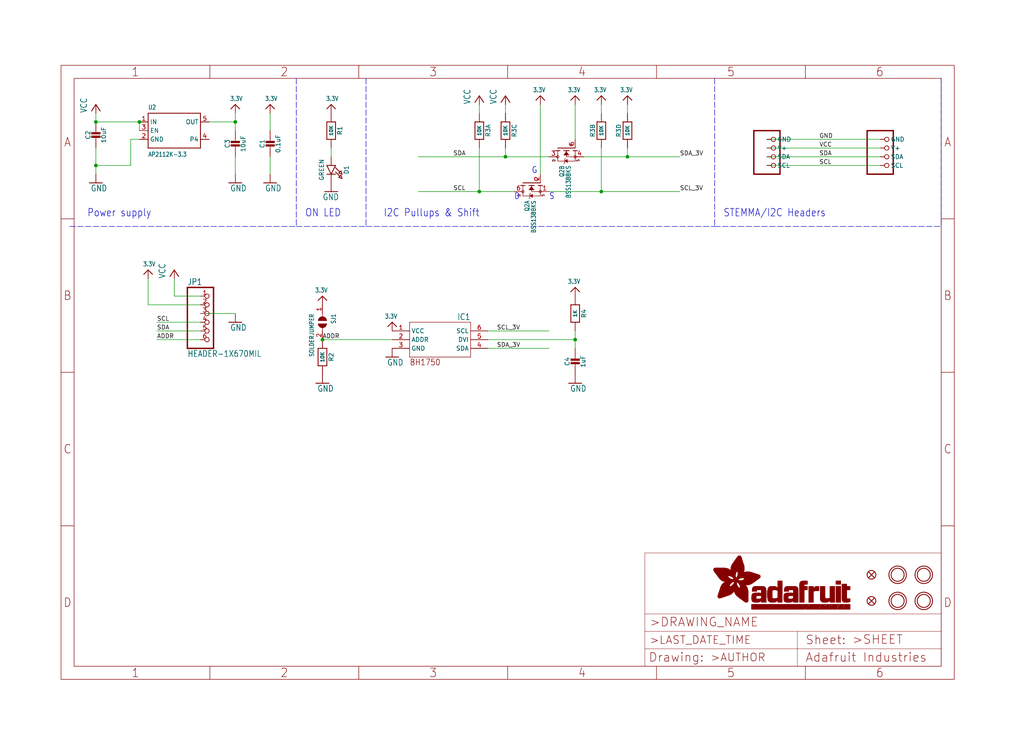
<source format=kicad_sch>
(kicad_sch (version 20211123) (generator eeschema)
  (paper "User" 298.45 217.881)
  (lib_symbols
    (symbol "eagleSchem-eagle-import:3.3V" (power)
      (property "Value" "3.3V" (at -1.524 1.016 0))
      (symbol "3.3V_1_0"
        (pin power_in line (at 0 -2.54 90) (length 2.54) (name "3.3V") (number "1"))
      )
    )
    (symbol "eagleSchem-eagle-import:BH1750"
      (property "Reference" "IC" (at 10.16 7.62 0))
      (symbol "BH1750_1_0"
        (text "BH1750" (at -7.62 -7.62 0) (effects (font (size 1.778 1.5113)) (justify left bottom)))
        (pin power_in line (at -12.7 2.54 0) (length 5.08) (name "VCC") (number "1"))
        (pin input line (at -12.7 0 0) (length 5.08) (name "ADDR") (number "2"))
        (pin power_in line (at -12.7 -2.54 0) (length 5.08) (name "GND") (number "3"))
        (pin bidirectional line (at 15.24 -2.54 180) (length 5.08) (name "SDA") (number "4"))
        (pin input line (at 15.24 0 180) (length 5.08) (name "DVI") (number "5"))
        (pin bidirectional line (at 15.24 2.54 180) (length 5.08) (name "SCL") (number "6"))
      )
    )
    (symbol "eagleSchem-eagle-import:CAP_CERAMIC0603_NO"
      (property "Reference" "C" (at -2.29 1.25 90))
      (property "Value" "CAP_CERAMIC0603_NO" (at 2.3 1.25 90))
      (symbol "CAP_CERAMIC0603_NO_1_0"
        (pin passive line (at 0 5.08 270) (length 2.54) (name "1") (number "1"))
        (pin passive line (at 0 -2.54 90) (length 2.54) (name "2") (number "2"))
      )
    )
    (symbol "eagleSchem-eagle-import:CAP_CERAMIC0805-NOOUTLINE"
      (property "Reference" "C" (at -2.29 1.25 90))
      (property "Value" "CAP_CERAMIC0805-NOOUTLINE" (at 2.3 1.25 90))
      (symbol "CAP_CERAMIC0805-NOOUTLINE_1_0"
        (pin passive line (at 0 5.08 270) (length 2.54) (name "1") (number "1"))
        (pin passive line (at 0 -2.54 90) (length 2.54) (name "2") (number "2"))
      )
    )
    (symbol "eagleSchem-eagle-import:FIDUCIAL_1MM")
    (symbol "eagleSchem-eagle-import:FRAME_A4_ADAFRUIT"
      (symbol "FRAME_A4_ADAFRUIT_1_0"
        (text "1" (at 21.6958 1.905 0) (effects (font (size 2.54 2.286))))
        (text "1" (at 21.6958 177.165 0) (effects (font (size 2.54 2.286))))
        (text "2" (at 65.0875 1.905 0) (effects (font (size 2.54 2.286))))
        (text "2" (at 65.0875 177.165 0) (effects (font (size 2.54 2.286))))
        (text "3" (at 108.4792 1.905 0) (effects (font (size 2.54 2.286))))
        (text "3" (at 108.4792 177.165 0) (effects (font (size 2.54 2.286))))
        (text "4" (at 151.8708 1.905 0) (effects (font (size 2.54 2.286))))
        (text "4" (at 151.8708 177.165 0) (effects (font (size 2.54 2.286))))
        (text "5" (at 195.2625 1.905 0) (effects (font (size 2.54 2.286))))
        (text "5" (at 195.2625 177.165 0) (effects (font (size 2.54 2.286))))
        (text "6" (at 238.6542 1.905 0) (effects (font (size 2.54 2.286))))
        (text "6" (at 238.6542 177.165 0) (effects (font (size 2.54 2.286))))
        (text ">AUTHOR" (at 189.23 5.08 0) (effects (font (size 2.286 2.286)) (justify left bottom)))
        (text ">DRAWING_NAME" (at 171.45 15.24 0) (effects (font (size 2.54 2.54)) (justify left bottom)))
        (text ">LAST_DATE_TIME" (at 171.45 10.16 0) (effects (font (size 2.286 2.286)) (justify left bottom)))
        (text ">SHEET" (at 230.505 10.16 0) (effects (font (size 2.54 2.54)) (justify left bottom)))
        (text "A" (at 1.905 156.6863 0) (effects (font (size 2.54 2.286))))
        (text "A" (at 258.445 156.6863 0) (effects (font (size 2.54 2.286))))
        (text "Adafruit Industries" (at 216.916 4.953 0) (effects (font (size 2.54 2.54)) (justify left bottom)))
        (text "B" (at 1.905 111.9188 0) (effects (font (size 2.54 2.286))))
        (text "B" (at 258.445 111.9188 0) (effects (font (size 2.54 2.286))))
        (text "C" (at 1.905 67.1513 0) (effects (font (size 2.54 2.286))))
        (text "C" (at 258.445 67.1513 0) (effects (font (size 2.54 2.286))))
        (text "D" (at 1.905 22.3838 0) (effects (font (size 2.54 2.286))))
        (text "D" (at 258.445 22.3838 0) (effects (font (size 2.54 2.286))))
        (text "Drawing:" (at 171.196 4.953 0) (effects (font (size 2.54 2.54)) (justify left bottom)))
        (text "Sheet:" (at 216.916 10.033 0) (effects (font (size 2.54 2.54)) (justify left bottom)))
      )
    )
    (symbol "eagleSchem-eagle-import:GND" (power)
      (property "Value" "GND" (at -2.54 -2.54 0))
      (symbol "GND_1_0"
        (pin power_in line (at 0 2.54 270) (length 2.54) (name "GND") (number "1"))
      )
    )
    (symbol "eagleSchem-eagle-import:HEADER-1X670MIL"
      (property "Reference" "JP" (at -6.35 10.795 0))
      (property "Value" "HEADER-1X670MIL" (at -6.35 -10.16 0))
      (symbol "HEADER-1X670MIL_1_0"
        (pin passive inverted (at -2.54 7.62 0) (length 2.54) (name "1") (number "1"))
        (pin passive inverted (at -2.54 5.08 0) (length 2.54) (name "2") (number "2"))
        (pin passive inverted (at -2.54 2.54 0) (length 2.54) (name "3") (number "3"))
        (pin passive inverted (at -2.54 0 0) (length 2.54) (name "4") (number "4"))
        (pin passive inverted (at -2.54 -2.54 0) (length 2.54) (name "5") (number "5"))
        (pin passive inverted (at -2.54 -5.08 0) (length 2.54) (name "6") (number "6"))
      )
    )
    (symbol "eagleSchem-eagle-import:LED0603_NOOUTLINE"
      (property "Reference" "D" (at -1.27 4.445 0))
      (property "Value" "LED0603_NOOUTLINE" (at -1.27 -2.794 0))
      (symbol "LED0603_NOOUTLINE_1_0"
        (pin passive line (at -5.08 0 0) (length 2.54) (name "A") (number "A"))
        (pin passive line (at 2.54 0 180) (length 2.54) (name "C") (number "C"))
      )
    )
    (symbol "eagleSchem-eagle-import:MOSFET-N_DUAL"
      (property "Reference" "Q" (at 5.08 0.635 0))
      (property "Value" "MOSFET-N_DUAL" (at 5.08 -1.27 0))
      (symbol "MOSFET-N_DUAL_1_0"
        (text "D" (at 3.175 3.175 0) (effects (font (size 0.8128 0.6908)) (justify left bottom)))
        (text "G" (at -1.27 -1.905 0) (effects (font (size 0.8128 0.6908)) (justify left bottom)))
        (text "S" (at 3.175 -3.81 0) (effects (font (size 0.8128 0.6908)) (justify left bottom)))
        (pin bidirectional line (at 2.54 -5.08 90) (length 2.54) (name "S") (number "1"))
        (pin bidirectional line (at -2.54 -2.54 0) (length 2.54) (name "G") (number "2"))
        (pin bidirectional line (at 2.54 5.08 270) (length 2.54) (name "D") (number "6"))
      )
      (symbol "MOSFET-N_DUAL_2_0"
        (text "D" (at 3.175 3.175 0) (effects (font (size 0.8128 0.6908)) (justify left bottom)))
        (text "G" (at -1.27 -1.905 0) (effects (font (size 0.8128 0.6908)) (justify left bottom)))
        (text "S" (at 3.175 -3.81 0) (effects (font (size 0.8128 0.6908)) (justify left bottom)))
        (pin bidirectional line (at 2.54 5.08 270) (length 2.54) (name "D") (number "3"))
        (pin bidirectional line (at 2.54 -5.08 90) (length 2.54) (name "S") (number "4"))
        (pin bidirectional line (at -2.54 -2.54 0) (length 2.54) (name "G") (number "5"))
      )
    )
    (symbol "eagleSchem-eagle-import:MOUNTINGHOLE2.5")
    (symbol "eagleSchem-eagle-import:RESISTOR_0603_NOOUT"
      (property "Reference" "R" (at 0 2.54 0))
      (property "Value" "RESISTOR_0603_NOOUT" (at 0 0 0))
      (symbol "RESISTOR_0603_NOOUT_1_0"
        (pin passive line (at -5.08 0 0) (length 2.54) (name "1") (number "1"))
        (pin passive line (at 5.08 0 180) (length 2.54) (name "2") (number "2"))
      )
    )
    (symbol "eagleSchem-eagle-import:RESISTOR_4PACK"
      (property "Reference" "R" (at 0 2.54 0))
      (property "Value" "RESISTOR_4PACK" (at 0 0 0))
      (symbol "RESISTOR_4PACK_1_0"
        (pin passive line (at -5.08 0 0) (length 2.54) (name "1") (number "1"))
        (pin passive line (at 5.08 0 180) (length 2.54) (name "2") (number "8"))
      )
      (symbol "RESISTOR_4PACK_2_0"
        (pin passive line (at -5.08 0 0) (length 2.54) (name "1") (number "2"))
        (pin passive line (at 5.08 0 180) (length 2.54) (name "2") (number "7"))
      )
      (symbol "RESISTOR_4PACK_3_0"
        (pin passive line (at -5.08 0 0) (length 2.54) (name "1") (number "3"))
        (pin passive line (at 5.08 0 180) (length 2.54) (name "2") (number "6"))
      )
      (symbol "RESISTOR_4PACK_4_0"
        (pin passive line (at -5.08 0 0) (length 2.54) (name "1") (number "4"))
        (pin passive line (at 5.08 0 180) (length 2.54) (name "2") (number "5"))
      )
    )
    (symbol "eagleSchem-eagle-import:SOLDERJUMPER"
      (property "Reference" "SJ" (at -2.54 2.54 0))
      (property "Value" "SOLDERJUMPER" (at -2.54 -3.81 0))
      (symbol "SOLDERJUMPER_1_0"
        (pin passive line (at -5.08 0 0) (length 2.54) (name "1") (number "1"))
        (pin passive line (at 5.08 0 180) (length 2.54) (name "2") (number "2"))
      )
    )
    (symbol "eagleSchem-eagle-import:STEMMA_I2C_QT"
      (symbol "STEMMA_I2C_QT_1_0"
        (pin passive inverted (at 0 5.08 0) (length 2.54) (name "GND") (number "1"))
        (pin passive inverted (at 0 2.54 0) (length 2.54) (name "V+") (number "2"))
        (pin passive inverted (at 0 0 0) (length 2.54) (name "SDA") (number "3"))
        (pin passive inverted (at 0 -2.54 0) (length 2.54) (name "SCL") (number "4"))
      )
      (symbol "STEMMA_I2C_QT_2_0"
        (pin bidirectional line (at 0 0 0) (length 5.08) (name "MT") (number "MT1"))
      )
      (symbol "STEMMA_I2C_QT_3_0"
        (pin bidirectional line (at 0 0 0) (length 5.08) (name "MT") (number "MT2"))
      )
    )
    (symbol "eagleSchem-eagle-import:VCC" (power)
      (property "Value" "VCC" (at -2.54 -2.54 90))
      (symbol "VCC_1_0"
        (pin power_in line (at 0 -2.54 90) (length 2.54) (name "VCC") (number "1"))
      )
    )
    (symbol "eagleSchem-eagle-import:VREG_SOT23-5"
      (property "Reference" "U" (at -7.62 6.096 0))
      (property "Value" "VREG_SOT23-5" (at -7.62 -7.62 0))
      (symbol "VREG_SOT23-5_1_0"
        (pin power_in line (at -10.16 2.54 0) (length 2.54) (name "IN") (number "1"))
        (pin power_in line (at -10.16 -2.54 0) (length 2.54) (name "GND") (number "2"))
        (pin input line (at -10.16 0 0) (length 2.54) (name "EN") (number "3"))
        (pin bidirectional line (at 10.16 -2.54 180) (length 2.54) (name "P4") (number "4"))
        (pin power_in line (at 10.16 2.54 180) (length 2.54) (name "OUT") (number "5"))
      )
    )
  )
  (junction (at 139.7 55.88))
  (junction (at 68.58 35.56))
  (junction (at 167.64 99.06))
  (junction (at 147.32 45.72))
  (junction (at 93.98 99.06))
  (junction (at 40.64 35.56))
  (junction (at 27.94 35.56))
  (junction (at 182.88 45.72))
  (junction (at 27.94 48.26))
  (junction (at 175.26 55.88))
  (wire (pts (xy 142.24 99.06) (xy 167.64 99.06)))
  (wire (pts (xy 40.64 40.64) (xy 38.1 40.64)))
  (wire (pts (xy 40.64 35.56) (xy 27.94 35.56)))
  (wire (pts (xy 167.64 99.06) (xy 167.64 96.52)))
  (wire (pts (xy 175.26 55.88) (xy 198.12 55.88)))
  (wire (pts (xy 149.86 55.88) (xy 139.7 55.88)))
  (wire (pts (xy 40.64 38.1) (xy 40.64 35.56)))
  (wire (pts (xy 223.52 48.26) (xy 256.54 48.26)))
  (wire (pts (xy 96.52 45.72) (xy 96.52 43.18)))
  (wire (pts (xy 167.64 40.64) (xy 167.64 30.48)))
  (polyline (pts (xy 208.28 22.86) (xy 208.28 66.04)))
  (wire (pts (xy 50.8 86.36) (xy 50.8 81.28)))
  (wire (pts (xy 160.02 101.6) (xy 142.24 101.6)))
  (polyline (pts (xy 274.32 22.86) (xy 274.32 66.04)))
  (polyline (pts (xy 86.36 66.04) (xy 106.68 66.04)))
  (polyline (pts (xy 208.28 66.04) (xy 274.32 66.04)))
  (wire (pts (xy 27.94 48.26) (xy 27.94 43.18)))
  (wire (pts (xy 68.58 35.56) (xy 68.58 38.1)))
  (wire (pts (xy 147.32 33.02) (xy 147.32 30.48)))
  (wire (pts (xy 58.42 93.98) (xy 45.72 93.98)))
  (wire (pts (xy 139.7 43.18) (xy 139.7 55.88)))
  (wire (pts (xy 157.48 50.8) (xy 157.48 30.48)))
  (wire (pts (xy 182.88 33.02) (xy 182.88 30.48)))
  (wire (pts (xy 58.42 86.36) (xy 50.8 86.36)))
  (wire (pts (xy 175.26 33.02) (xy 175.26 30.48)))
  (wire (pts (xy 58.42 99.06) (xy 45.72 99.06)))
  (wire (pts (xy 182.88 43.18) (xy 182.88 45.72)))
  (polyline (pts (xy 106.68 66.04) (xy 208.28 66.04)))
  (wire (pts (xy 167.64 99.06) (xy 167.64 101.6)))
  (wire (pts (xy 27.94 48.26) (xy 27.94 50.8)))
  (wire (pts (xy 147.32 43.18) (xy 147.32 45.72)))
  (wire (pts (xy 223.52 43.18) (xy 256.54 43.18)))
  (polyline (pts (xy 86.36 22.86) (xy 86.36 66.04)))
  (wire (pts (xy 38.1 48.26) (xy 27.94 48.26)))
  (wire (pts (xy 78.74 33.02) (xy 78.74 38.1)))
  (wire (pts (xy 68.58 45.72) (xy 68.58 50.8)))
  (polyline (pts (xy 106.68 22.86) (xy 106.68 66.04)))
  (wire (pts (xy 142.24 96.52) (xy 160.02 96.52)))
  (wire (pts (xy 43.18 88.9) (xy 43.18 81.28)))
  (wire (pts (xy 170.18 45.72) (xy 182.88 45.72)))
  (polyline (pts (xy 20.32 66.04) (xy 86.36 66.04)))
  (wire (pts (xy 60.96 35.56) (xy 68.58 35.56)))
  (wire (pts (xy 256.54 45.72) (xy 223.52 45.72)))
  (wire (pts (xy 27.94 33.02) (xy 27.94 35.56)))
  (wire (pts (xy 58.42 88.9) (xy 43.18 88.9)))
  (wire (pts (xy 160.02 55.88) (xy 175.26 55.88)))
  (wire (pts (xy 175.26 43.18) (xy 175.26 55.88)))
  (wire (pts (xy 38.1 40.64) (xy 38.1 48.26)))
  (wire (pts (xy 182.88 45.72) (xy 198.12 45.72)))
  (wire (pts (xy 68.58 35.56) (xy 68.58 33.02)))
  (wire (pts (xy 139.7 30.48) (xy 139.7 33.02)))
  (wire (pts (xy 256.54 40.64) (xy 223.52 40.64)))
  (wire (pts (xy 58.42 91.44) (xy 68.58 91.44)))
  (wire (pts (xy 160.02 45.72) (xy 147.32 45.72)))
  (wire (pts (xy 58.42 96.52) (xy 45.72 96.52)))
  (wire (pts (xy 147.32 45.72) (xy 121.92 45.72)))
  (wire (pts (xy 78.74 45.72) (xy 78.74 50.8)))
  (wire (pts (xy 139.7 55.88) (xy 121.92 55.88)))
  (wire (pts (xy 114.3 99.06) (xy 93.98 99.06)))
  (text "ON LED" (at 88.9 63.5 180) (effects (font (size 2.1844 1.8567)) (justify left bottom)))
  (text "STEMMA/I2C Headers" (at 210.82 63.5 180) (effects (font (size 2.1844 1.8567)) (justify left bottom)))
  (text "G" (at 154.94 50.8 180) (effects (font (size 1.778 1.5113)) (justify left bottom)))
  (text "I2C Pullups & Shift" (at 111.76 63.5 180) (effects (font (size 2.1844 1.8567)) (justify left bottom)))
  (text "S" (at 160.02 58.42 180) (effects (font (size 1.778 1.5113)) (justify left bottom)))
  (text "Power supply" (at 25.4 63.5 180) (effects (font (size 2.1844 1.8567)) (justify left bottom)))
  (text "D" (at 149.86 58.42 180) (effects (font (size 1.778 1.5113)) (justify left bottom)))
  (label "SDA" (at 238.76 45.72 0) (effects (font (size 1.2446 1.2446))))
  (label "SDA_3V" (at 144.78 101.6 0) (effects (font (size 1.2446 1.2446))))
  (label "ADDR" (at 93.98 99.06 0) (effects (font (size 1.2446 1.2446))))
  (label "SDA" (at 132.08 45.72 0) (effects (font (size 1.2446 1.2446))))
  (label "GND" (at 238.76 40.64 0) (effects (font (size 1.2446 1.2446))))
  (label "SDA" (at 45.72 96.52 0) (effects (font (size 1.2446 1.2446))))
  (label "VCC" (at 238.76 43.18 0) (effects (font (size 1.2446 1.2446))))
  (label "SCL_3V" (at 144.78 96.52 0) (effects (font (size 1.2446 1.2446))))
  (label "SCL" (at 132.08 55.88 0) (effects (font (size 1.2446 1.2446))))
  (label "SCL_3V" (at 198.12 55.88 0) (effects (font (size 1.2446 1.2446))))
  (label "SDA_3V" (at 198.12 45.72 0) (effects (font (size 1.2446 1.2446))))
  (label "ADDR" (at 45.72 99.06 0) (effects (font (size 1.2446 1.2446))))
  (label "SCL" (at 45.72 93.98 0) (effects (font (size 1.2446 1.2446))))
  (label "SCL" (at 238.76 48.26 0) (effects (font (size 1.2446 1.2446))))
  (symbol (lib_id "eagleSchem-eagle-import:GND") (at 68.58 93.98 0) (unit 1)
    (property "Reference" "#U$10" (effects hide))
    (property "Value" "GND" (at 67.056 96.52 0) (effects (font (size 1.778 1.5113)) (justify left bottom)))
    (property "Footprint" "eagleSchem:" (effects hide))
  )
  (symbol (lib_id "eagleSchem-eagle-import:FIDUCIAL_1MM") (at 254 175.26 0) (unit 1)
    (property "Reference" "FID3" (effects hide))
    (property "Value" "FIDUCIAL_1MM" (effects hide))
    (property "Footprint" "eagleSchem:FIDUCIAL_1MM" (effects hide))
  )
  (symbol (lib_id "eagleSchem-eagle-import:FRAME_A4_ADAFRUIT") (at 17.78 198.12 0) (unit 1)
    (property "Reference" "#U$18" (effects hide))
    (property "Value" "FRAME_A4_ADAFRUIT" (effects hide))
    (property "Footprint" "eagleSchem:" (effects hide))
  )
  (symbol (lib_id "eagleSchem-eagle-import:MOUNTINGHOLE2.5") (at 261.62 167.64 0) (unit 1)
    (property "Reference" "U$17" (effects hide))
    (property "Value" "MOUNTINGHOLE2.5" (effects hide))
    (property "Footprint" "eagleSchem:MOUNTINGHOLE_2.5_PLATED" (effects hide))
  )
  (symbol (lib_id "eagleSchem-eagle-import:SOLDERJUMPER") (at 93.98 93.98 270) (unit 1)
    (property "Reference" "SJ1" (at 96.52 91.44 0) (effects (font (size 1.27 1.0795)) (justify left bottom)))
    (property "Value" "SOLDERJUMPER" (at 90.17 91.44 0) (effects (font (size 1.27 1.0795)) (justify left bottom)))
    (property "Footprint" "eagleSchem:SOLDERJUMPER_ARROW_NOPASTE" (effects hide))
  )
  (symbol (lib_id "eagleSchem-eagle-import:MOUNTINGHOLE2.5") (at 261.62 175.26 0) (unit 1)
    (property "Reference" "U$1" (effects hide))
    (property "Value" "MOUNTINGHOLE2.5" (effects hide))
    (property "Footprint" "eagleSchem:MOUNTINGHOLE_2.5_PLATED" (effects hide))
  )
  (symbol (lib_id "eagleSchem-eagle-import:CAP_CERAMIC0603_NO") (at 167.64 106.68 0) (unit 1)
    (property "Reference" "C4" (at 165.35 105.43 90))
    (property "Value" "1uF" (at 169.94 105.43 90))
    (property "Footprint" "eagleSchem:0603-NO" (effects hide))
  )
  (symbol (lib_id "eagleSchem-eagle-import:3.3V") (at 167.64 27.94 0) (mirror y) (unit 1)
    (property "Reference" "#U$23" (effects hide))
    (property "Value" "3.3V" (at 169.164 26.924 0) (effects (font (size 1.27 1.0795)) (justify left bottom)))
    (property "Footprint" "eagleSchem:" (effects hide))
  )
  (symbol (lib_id "eagleSchem-eagle-import:CAP_CERAMIC0805-NOOUTLINE") (at 27.94 40.64 0) (unit 1)
    (property "Reference" "C2" (at 25.65 39.39 90))
    (property "Value" "10uF" (at 30.24 39.39 90))
    (property "Footprint" "eagleSchem:0805-NO" (effects hide))
  )
  (symbol (lib_id "eagleSchem-eagle-import:RESISTOR_0603_NOOUT") (at 167.64 91.44 270) (unit 1)
    (property "Reference" "R4" (at 170.18 91.44 0))
    (property "Value" "1K" (at 167.64 91.44 0) (effects (font (size 1.016 1.016) bold)))
    (property "Footprint" "eagleSchem:0603-NO" (effects hide))
  )
  (symbol (lib_id "eagleSchem-eagle-import:3.3V") (at 114.3 93.98 0) (mirror y) (unit 1)
    (property "Reference" "#U$2" (effects hide))
    (property "Value" "3.3V" (at 115.824 92.964 0) (effects (font (size 1.27 1.0795)) (justify left bottom)))
    (property "Footprint" "eagleSchem:" (effects hide))
  )
  (symbol (lib_id "eagleSchem-eagle-import:VCC") (at 139.7 27.94 0) (unit 1)
    (property "Reference" "#P+1" (effects hide))
    (property "Value" "VCC" (at 137.16 30.48 90) (effects (font (size 1.778 1.5113)) (justify left bottom)))
    (property "Footprint" "eagleSchem:" (effects hide))
  )
  (symbol (lib_id "eagleSchem-eagle-import:RESISTOR_4PACK") (at 175.26 38.1 90) (mirror x) (unit 2)
    (property "Reference" "R3" (at 172.72 38.1 0))
    (property "Value" "10K" (at 175.26 38.1 0) (effects (font (size 1.016 1.016) bold)))
    (property "Footprint" "eagleSchem:RESPACK_4X0603" (effects hide))
  )
  (symbol (lib_id "eagleSchem-eagle-import:GND") (at 96.52 55.88 0) (unit 1)
    (property "Reference" "#GND6" (effects hide))
    (property "Value" "GND" (at 93.98 58.42 0) (effects (font (size 1.778 1.5113)) (justify left bottom)))
    (property "Footprint" "eagleSchem:" (effects hide))
  )
  (symbol (lib_id "eagleSchem-eagle-import:STEMMA_I2C_QT") (at 223.52 45.72 0) (unit 1)
    (property "Reference" "CONN3" (effects hide))
    (property "Value" "SM04B-SRSS-TB" (effects hide))
    (property "Footprint" "eagleSchem:JST_SH4" (effects hide))
  )
  (symbol (lib_id "eagleSchem-eagle-import:3.3V") (at 78.74 30.48 0) (unit 1)
    (property "Reference" "#U$14" (effects hide))
    (property "Value" "3.3V" (at 77.216 29.464 0) (effects (font (size 1.27 1.0795)) (justify left bottom)))
    (property "Footprint" "eagleSchem:" (effects hide))
  )
  (symbol (lib_id "eagleSchem-eagle-import:VCC") (at 27.94 30.48 0) (unit 1)
    (property "Reference" "#P+3" (effects hide))
    (property "Value" "VCC" (at 25.4 33.02 90) (effects (font (size 1.778 1.5113)) (justify left bottom)))
    (property "Footprint" "eagleSchem:" (effects hide))
  )
  (symbol (lib_id "eagleSchem-eagle-import:GND") (at 93.98 111.76 0) (unit 1)
    (property "Reference" "#U$8" (effects hide))
    (property "Value" "GND" (at 92.456 114.3 0) (effects (font (size 1.778 1.5113)) (justify left bottom)))
    (property "Footprint" "eagleSchem:" (effects hide))
  )
  (symbol (lib_id "eagleSchem-eagle-import:FIDUCIAL_1MM") (at 254 167.64 0) (unit 1)
    (property "Reference" "FID4" (effects hide))
    (property "Value" "FIDUCIAL_1MM" (effects hide))
    (property "Footprint" "eagleSchem:FIDUCIAL_1MM" (effects hide))
  )
  (symbol (lib_id "eagleSchem-eagle-import:3.3V") (at 175.26 27.94 0) (mirror y) (unit 1)
    (property "Reference" "#U$24" (effects hide))
    (property "Value" "3.3V" (at 176.784 26.924 0) (effects (font (size 1.27 1.0795)) (justify left bottom)))
    (property "Footprint" "eagleSchem:" (effects hide))
  )
  (symbol (lib_id "eagleSchem-eagle-import:VCC") (at 50.8 78.74 0) (unit 1)
    (property "Reference" "#P+4" (effects hide))
    (property "Value" "VCC" (at 48.26 81.28 90) (effects (font (size 1.778 1.5113)) (justify left bottom)))
    (property "Footprint" "eagleSchem:" (effects hide))
  )
  (symbol (lib_id "eagleSchem-eagle-import:GND") (at 114.3 104.14 0) (unit 1)
    (property "Reference" "#U$4" (effects hide))
    (property "Value" "GND" (at 112.776 106.68 0) (effects (font (size 1.778 1.5113)) (justify left bottom)))
    (property "Footprint" "eagleSchem:" (effects hide))
  )
  (symbol (lib_id "eagleSchem-eagle-import:GND") (at 78.74 53.34 0) (unit 1)
    (property "Reference" "#U$6" (effects hide))
    (property "Value" "GND" (at 77.216 55.88 0) (effects (font (size 1.778 1.5113)) (justify left bottom)))
    (property "Footprint" "eagleSchem:" (effects hide))
  )
  (symbol (lib_id "eagleSchem-eagle-import:VCC") (at 147.32 27.94 0) (unit 1)
    (property "Reference" "#P+2" (effects hide))
    (property "Value" "VCC" (at 144.78 30.48 90) (effects (font (size 1.778 1.5113)) (justify left bottom)))
    (property "Footprint" "eagleSchem:" (effects hide))
  )
  (symbol (lib_id "eagleSchem-eagle-import:GND") (at 167.64 111.76 0) (unit 1)
    (property "Reference" "#U$12" (effects hide))
    (property "Value" "GND" (at 166.116 114.3 0) (effects (font (size 1.778 1.5113)) (justify left bottom)))
    (property "Footprint" "eagleSchem:" (effects hide))
  )
  (symbol (lib_id "eagleSchem-eagle-import:3.3V") (at 157.48 27.94 0) (mirror y) (unit 1)
    (property "Reference" "#U$26" (effects hide))
    (property "Value" "3.3V" (at 159.004 26.924 0) (effects (font (size 1.27 1.0795)) (justify left bottom)))
    (property "Footprint" "eagleSchem:" (effects hide))
  )
  (symbol (lib_id "eagleSchem-eagle-import:RESISTOR_0603_NOOUT") (at 96.52 38.1 270) (unit 1)
    (property "Reference" "R1" (at 99.06 38.1 0))
    (property "Value" "10K" (at 96.52 38.1 0) (effects (font (size 1.016 1.016) bold)))
    (property "Footprint" "eagleSchem:0603-NO" (effects hide))
  )
  (symbol (lib_id "eagleSchem-eagle-import:RESISTOR_4PACK") (at 182.88 38.1 90) (mirror x) (unit 4)
    (property "Reference" "R3" (at 180.34 38.1 0))
    (property "Value" "10K" (at 182.88 38.1 0) (effects (font (size 1.016 1.016) bold)))
    (property "Footprint" "eagleSchem:RESPACK_4X0603" (effects hide))
  )
  (symbol (lib_id "eagleSchem-eagle-import:MOSFET-N_DUAL") (at 165.1 43.18 90) (mirror x) (unit 2)
    (property "Reference" "Q2" (at 164.465 48.26 0) (effects (font (size 1.27 1.0795)) (justify left bottom)))
    (property "Value" "BSS138BKS" (at 166.37 48.26 0) (effects (font (size 1.27 1.0795)) (justify left bottom)))
    (property "Footprint" "eagleSchem:SOT363" (effects hide))
  )
  (symbol (lib_id "eagleSchem-eagle-import:BH1750") (at 127 99.06 0) (unit 1)
    (property "Reference" "IC1" (at 137.16 91.44 0) (effects (font (size 1.778 1.5113)) (justify right top)))
    (property "Value" "BH1750" (effects hide))
    (property "Footprint" "eagleSchem:WSOF-6" (effects hide))
  )
  (symbol (lib_id "eagleSchem-eagle-import:3.3V") (at 182.88 27.94 0) (mirror y) (unit 1)
    (property "Reference" "#U$7" (effects hide))
    (property "Value" "3.3V" (at 184.404 26.924 0) (effects (font (size 1.27 1.0795)) (justify left bottom)))
    (property "Footprint" "eagleSchem:" (effects hide))
  )
  (symbol (lib_id "eagleSchem-eagle-import:3.3V") (at 167.64 83.82 0) (mirror y) (unit 1)
    (property "Reference" "#U$11" (effects hide))
    (property "Value" "3.3V" (at 169.164 82.804 0) (effects (font (size 1.27 1.0795)) (justify left bottom)))
    (property "Footprint" "eagleSchem:" (effects hide))
  )
  (symbol (lib_id "eagleSchem-eagle-import:STEMMA_I2C_QT") (at 256.54 45.72 0) (unit 1)
    (property "Reference" "CONN4" (effects hide))
    (property "Value" "SM04B-SRSS-TB" (effects hide))
    (property "Footprint" "eagleSchem:JST_SH4" (effects hide))
  )
  (symbol (lib_id "eagleSchem-eagle-import:MOSFET-N_DUAL") (at 154.94 53.34 90) (mirror x) (unit 1)
    (property "Reference" "Q2" (at 154.305 58.42 0) (effects (font (size 1.27 1.0795)) (justify left bottom)))
    (property "Value" "BSS138BKS" (at 156.21 58.42 0) (effects (font (size 1.27 1.0795)) (justify left bottom)))
    (property "Footprint" "eagleSchem:SOT363" (effects hide))
  )
  (symbol (lib_id "eagleSchem-eagle-import:3.3V") (at 68.58 30.48 0) (unit 1)
    (property "Reference" "#U$15" (effects hide))
    (property "Value" "3.3V" (at 67.056 29.464 0) (effects (font (size 1.27 1.0795)) (justify left bottom)))
    (property "Footprint" "eagleSchem:" (effects hide))
  )
  (symbol (lib_id "eagleSchem-eagle-import:MOUNTINGHOLE2.5") (at 269.24 167.64 0) (unit 1)
    (property "Reference" "U$19" (effects hide))
    (property "Value" "MOUNTINGHOLE2.5" (effects hide))
    (property "Footprint" "eagleSchem:MOUNTINGHOLE_2.5_PLATED" (effects hide))
  )
  (symbol (lib_id "eagleSchem-eagle-import:CAP_CERAMIC0805-NOOUTLINE") (at 68.58 43.18 0) (unit 1)
    (property "Reference" "C3" (at 66.29 41.93 90))
    (property "Value" "10uF" (at 70.88 41.93 90))
    (property "Footprint" "eagleSchem:0805-NO" (effects hide))
  )
  (symbol (lib_id "eagleSchem-eagle-import:VREG_SOT23-5") (at 50.8 38.1 0) (unit 1)
    (property "Reference" "U2" (at 43.18 32.004 0) (effects (font (size 1.27 1.0795)) (justify left bottom)))
    (property "Value" "AP2112K-3.3" (at 43.18 45.72 0) (effects (font (size 1.27 1.0795)) (justify left bottom)))
    (property "Footprint" "eagleSchem:SOT23-5" (effects hide))
  )
  (symbol (lib_id "eagleSchem-eagle-import:HEADER-1X670MIL") (at 60.96 93.98 0) (unit 1)
    (property "Reference" "JP1" (at 54.61 83.185 0) (effects (font (size 1.778 1.5113)) (justify left bottom)))
    (property "Value" "HEADER-1X670MIL" (at 54.61 104.14 0) (effects (font (size 1.778 1.5113)) (justify left bottom)))
    (property "Footprint" "eagleSchem:1X06_ROUND_70" (effects hide))
  )
  (symbol (lib_id "eagleSchem-eagle-import:3.3V") (at 96.52 30.48 0) (unit 1)
    (property "Reference" "#U$3" (effects hide))
    (property "Value" "3.3V" (at 94.996 29.464 0) (effects (font (size 1.27 1.0795)) (justify left bottom)))
    (property "Footprint" "eagleSchem:" (effects hide))
  )
  (symbol (lib_id "eagleSchem-eagle-import:GND") (at 27.94 53.34 0) (unit 1)
    (property "Reference" "#U$13" (effects hide))
    (property "Value" "GND" (at 26.416 55.88 0) (effects (font (size 1.778 1.5113)) (justify left bottom)))
    (property "Footprint" "eagleSchem:" (effects hide))
  )
  (symbol (lib_id "eagleSchem-eagle-import:RESISTOR_0603_NOOUT") (at 93.98 104.14 270) (unit 1)
    (property "Reference" "R2" (at 96.52 104.14 0))
    (property "Value" "10K" (at 93.98 104.14 0) (effects (font (size 1.016 1.016) bold)))
    (property "Footprint" "eagleSchem:0603-NO" (effects hide))
  )
  (symbol (lib_id "eagleSchem-eagle-import:LED0603_NOOUTLINE") (at 96.52 50.8 270) (unit 1)
    (property "Reference" "D1" (at 100.965 49.53 0))
    (property "Value" "GREEN" (at 93.726 49.53 0))
    (property "Footprint" "eagleSchem:CHIPLED_0603_NOOUTLINE" (effects hide))
  )
  (symbol (lib_id "eagleSchem-eagle-import:MOUNTINGHOLE2.5") (at 269.24 175.26 0) (unit 1)
    (property "Reference" "U$21" (effects hide))
    (property "Value" "MOUNTINGHOLE2.5" (effects hide))
    (property "Footprint" "eagleSchem:MOUNTINGHOLE_2.5_PLATED" (effects hide))
  )
  (symbol (lib_id "eagleSchem-eagle-import:CAP_CERAMIC0603_NO") (at 78.74 43.18 0) (unit 1)
    (property "Reference" "C1" (at 76.45 41.93 90))
    (property "Value" "0.1uF" (at 81.04 41.93 90))
    (property "Footprint" "eagleSchem:0603-NO" (effects hide))
  )
  (symbol (lib_id "eagleSchem-eagle-import:3.3V") (at 43.18 78.74 0) (unit 1)
    (property "Reference" "#U$16" (effects hide))
    (property "Value" "3.3V" (at 41.656 77.724 0) (effects (font (size 1.27 1.0795)) (justify left bottom)))
    (property "Footprint" "eagleSchem:" (effects hide))
  )
  (symbol (lib_id "eagleSchem-eagle-import:RESISTOR_4PACK") (at 139.7 38.1 270) (unit 1)
    (property "Reference" "R3" (at 142.24 38.1 0))
    (property "Value" "10K" (at 139.7 38.1 0) (effects (font (size 1.016 1.016) bold)))
    (property "Footprint" "eagleSchem:RESPACK_4X0603" (effects hide))
  )
  (symbol (lib_id "eagleSchem-eagle-import:GND") (at 68.58 53.34 0) (unit 1)
    (property "Reference" "#U$5" (effects hide))
    (property "Value" "GND" (at 67.056 55.88 0) (effects (font (size 1.778 1.5113)) (justify left bottom)))
    (property "Footprint" "eagleSchem:" (effects hide))
  )
  (symbol (lib_id "eagleSchem-eagle-import:RESISTOR_4PACK") (at 147.32 38.1 270) (unit 3)
    (property "Reference" "R3" (at 149.86 38.1 0))
    (property "Value" "10K" (at 147.32 38.1 0) (effects (font (size 1.016 1.016) bold)))
    (property "Footprint" "eagleSchem:RESPACK_4X0603" (effects hide))
  )
  (symbol (lib_id "eagleSchem-eagle-import:3.3V") (at 93.98 86.36 0) (mirror y) (unit 1)
    (property "Reference" "#U$9" (effects hide))
    (property "Value" "3.3V" (at 95.504 85.344 0) (effects (font (size 1.27 1.0795)) (justify left bottom)))
    (property "Footprint" "eagleSchem:" (effects hide))
  )
)
</source>
